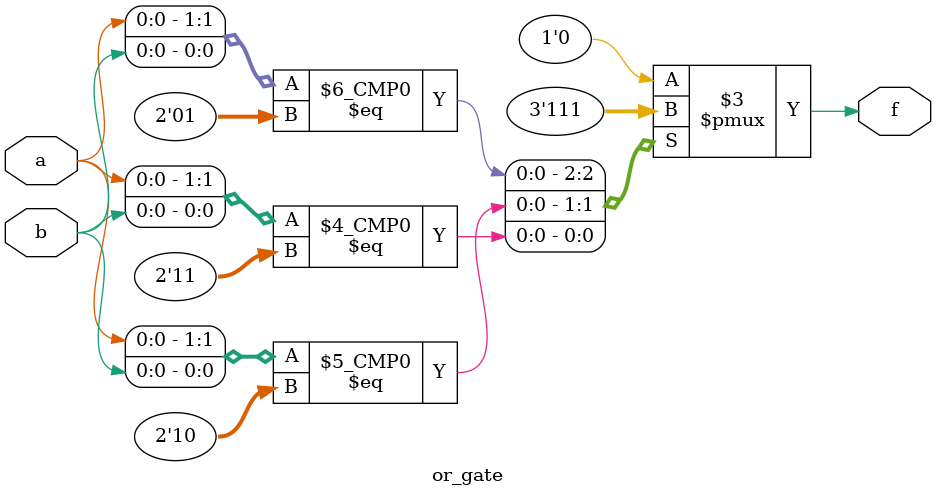
<source format=v>
`timescale 1ns / 1ps


module or_gate(
    input a, b,
    output reg f
    );
     always@(*)
    begin
    case({a,b})
    2'b01: f = 1;
    2'b10: f = 1;
    2'b11: f = 1;
    default: f = 0;
    endcase
    end
endmodule

</source>
